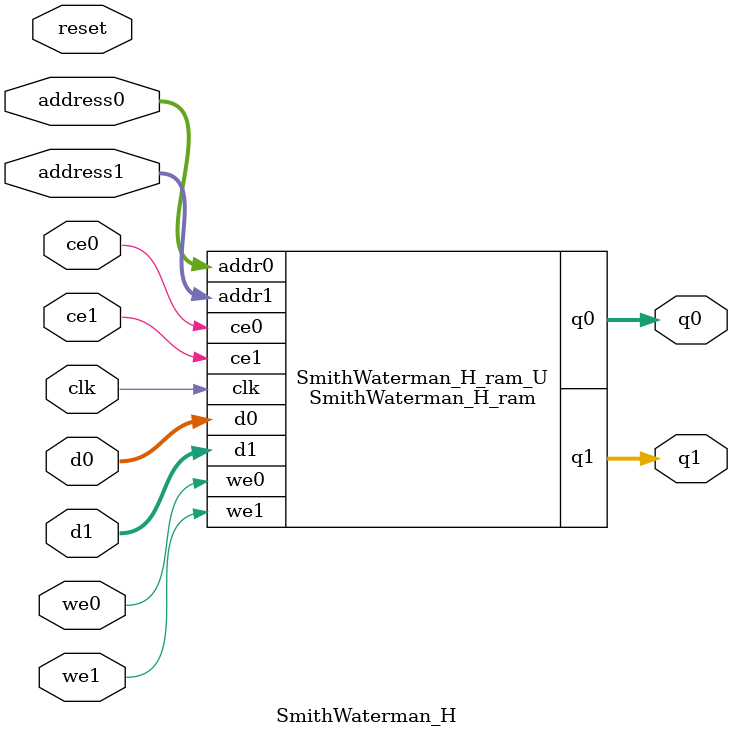
<source format=v>
`timescale 1 ns / 1 ps
module SmithWaterman_H_ram (addr0, ce0, d0, we0, q0, addr1, ce1, d1, we1, q1,  clk);

parameter DWIDTH = 32;
parameter AWIDTH = 14;
parameter MEM_SIZE = 10201;

input[AWIDTH-1:0] addr0;
input ce0;
input[DWIDTH-1:0] d0;
input we0;
output reg[DWIDTH-1:0] q0;
input[AWIDTH-1:0] addr1;
input ce1;
input[DWIDTH-1:0] d1;
input we1;
output reg[DWIDTH-1:0] q1;
input clk;

(* ram_style = "block" *)reg [DWIDTH-1:0] ram[0:MEM_SIZE-1];




always @(posedge clk)  
begin 
    if (ce0) begin
        if (we0) 
            ram[addr0] <= d0; 
        q0 <= ram[addr0];
    end
end


always @(posedge clk)  
begin 
    if (ce1) begin
        if (we1) 
            ram[addr1] <= d1; 
        q1 <= ram[addr1];
    end
end


endmodule

`timescale 1 ns / 1 ps
module SmithWaterman_H(
    reset,
    clk,
    address0,
    ce0,
    we0,
    d0,
    q0,
    address1,
    ce1,
    we1,
    d1,
    q1);

parameter DataWidth = 32'd32;
parameter AddressRange = 32'd10201;
parameter AddressWidth = 32'd14;
input reset;
input clk;
input[AddressWidth - 1:0] address0;
input ce0;
input we0;
input[DataWidth - 1:0] d0;
output[DataWidth - 1:0] q0;
input[AddressWidth - 1:0] address1;
input ce1;
input we1;
input[DataWidth - 1:0] d1;
output[DataWidth - 1:0] q1;



SmithWaterman_H_ram SmithWaterman_H_ram_U(
    .clk( clk ),
    .addr0( address0 ),
    .ce0( ce0 ),
    .we0( we0 ),
    .d0( d0 ),
    .q0( q0 ),
    .addr1( address1 ),
    .ce1( ce1 ),
    .we1( we1 ),
    .d1( d1 ),
    .q1( q1 ));

endmodule


</source>
